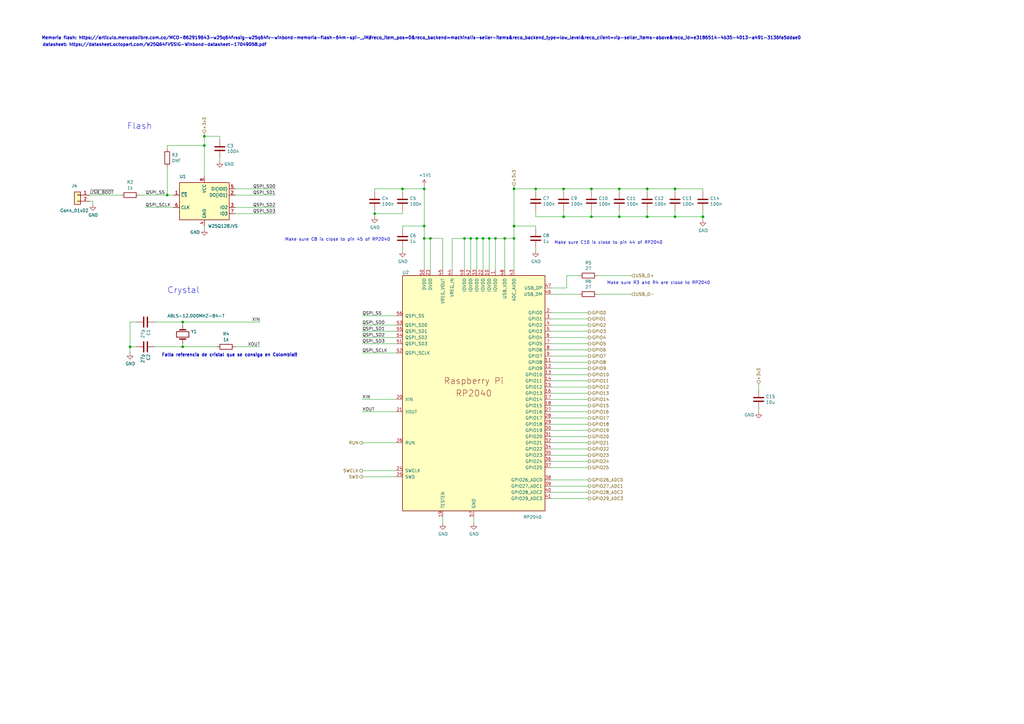
<source format=kicad_sch>
(kicad_sch (version 20211123) (generator eeschema)
  (paper "A3")
  (lib_symbols
    (symbol "Connector_Generic:Conn_01x02" (pin_names (offset 1.016) hide)
      (property "Reference" "J" (at 0 2.54 0))
      (property "Value" "Conn_01x02" (at 0 -5.08 0))
      (symbol "Conn_01x02_1_1"
        (rectangle (start -1.27 -2.413) (end 0 -2.667) (stroke (width 0.1524)))
        (rectangle (start -1.27 0.127) (end 0 -0.127) (stroke (width 0.1524)))
        (rectangle (start -1.27 1.27) (end 1.27 -3.81) (stroke (width 0.254)) (fill (type background)))
        (pin passive line (at -5.08 0 0) (length 3.81) (name "Pin_1") (number "1"))
        (pin passive line (at -5.08 -2.54 0) (length 3.81) (name "Pin_2") (number "2"))
      )
    )
    (symbol "Device:C" (pin_numbers hide) (pin_names (offset 0.254))
      (property "Reference" "C" (at 0.635 2.54 0))
      (property "Value" "C" (at 0.635 -2.54 0))
      (symbol "C_0_1"
        (polyline (pts (xy -2.032 -0.762) (xy 2.032 -0.762)) (stroke (width 0.508)))
        (polyline (pts (xy -2.032 0.762) (xy 2.032 0.762)) (stroke (width 0.508)))
      )
      (symbol "C_1_1"
        (pin passive line (at 0 3.81 270) (length 2.794) (name "~") (number "1"))
        (pin passive line (at 0 -3.81 90) (length 2.794) (name "~") (number "2"))
      )
    )
    (symbol "Device:Crystal" (pin_numbers hide) (pin_names (offset 1.016) hide)
      (property "Reference" "Y" (at 0 3.81 0))
      (property "Value" "Crystal" (at 0 -3.81 0))
      (symbol "Crystal_0_1"
        (rectangle (start -1.143 2.54) (end 1.143 -2.54) (stroke (width 0.3048)))
        (polyline (pts (xy -2.54 0) (xy -1.905 0)))
        (polyline (pts (xy -1.905 -1.27) (xy -1.905 1.27)) (stroke (width 0.508)))
        (polyline (pts (xy 1.905 -1.27) (xy 1.905 1.27)) (stroke (width 0.508)))
        (polyline (pts (xy 2.54 0) (xy 1.905 0)))
      )
      (symbol "Crystal_1_1"
        (pin passive line (at -3.81 0 0) (length 1.27) (name "1") (number "1"))
        (pin passive line (at 3.81 0 180) (length 1.27) (name "2") (number "2"))
      )
    )
    (symbol "Device:R" (pin_numbers hide) (pin_names (offset 0))
      (property "Reference" "R" (at 2.032 0 90))
      (property "Value" "R" (at 0 0 90))
      (symbol "R_0_1"
        (rectangle (start -1.016 -2.54) (end 1.016 2.54) (stroke (width 0.254)))
      )
      (symbol "R_1_1"
        (pin passive line (at 0 3.81 270) (length 1.27) (name "~") (number "1"))
        (pin passive line (at 0 -3.81 90) (length 1.27) (name "~") (number "2"))
      )
    )
    (symbol "MCU_RaspberryPi_RP2040:RP2040" (pin_names (offset 1.016))
      (property "Reference" "U" (at -29.21 49.53 0))
      (property "Value" "RP2040" (at 24.13 -49.53 0))
      (symbol "RP2040_0_0"
        (text "Raspberry Pi" (at 0 5.08 0) (effects (font (size 2.54 2.54))))
        (text "RP2040" (at 0 0 0) (effects (font (size 2.54 2.54))))
      )
      (symbol "RP2040_0_1"
        (rectangle (start 29.21 48.26) (end -29.21 -48.26) (stroke (width 0.254)) (fill (type background)))
      )
      (symbol "RP2040_1_1"
        (pin power_in line (at 8.89 50.8 270) (length 2.54) (name "IOVDD") (number "1"))
        (pin power_in line (at 6.35 50.8 270) (length 2.54) (name "IOVDD") (number "10"))
        (pin bidirectional line (at 31.75 12.7 180) (length 2.54) (name "GPIO8") (number "11"))
        (pin bidirectional line (at 31.75 10.16 180) (length 2.54) (name "GPIO9") (number "12"))
        (pin bidirectional line (at 31.75 7.62 180) (length 2.54) (name "GPIO10") (number "13"))
        (pin bidirectional line (at 31.75 5.08 180) (length 2.54) (name "GPIO11") (number "14"))
        (pin bidirectional line (at 31.75 2.54 180) (length 2.54) (name "GPIO12") (number "15"))
        (pin bidirectional line (at 31.75 0 180) (length 2.54) (name "GPIO13") (number "16"))
        (pin bidirectional line (at 31.75 -2.54 180) (length 2.54) (name "GPIO14") (number "17"))
        (pin bidirectional line (at 31.75 -5.08 180) (length 2.54) (name "GPIO15") (number "18"))
        (pin passive line (at -12.7 -50.8 90) (length 2.54) (name "TESTEN") (number "19"))
        (pin bidirectional line (at 31.75 33.02 180) (length 2.54) (name "GPIO0") (number "2"))
        (pin input line (at -31.75 -2.54 0) (length 2.54) (name "XIN") (number "20"))
        (pin passive line (at -31.75 -7.62 0) (length 2.54) (name "XOUT") (number "21"))
        (pin power_in line (at 3.81 50.8 270) (length 2.54) (name "IOVDD") (number "22"))
        (pin power_in line (at -17.78 50.8 270) (length 2.54) (name "DVDD") (number "23"))
        (pin output line (at -31.75 -31.75 0) (length 2.54) (name "SWCLK") (number "24"))
        (pin bidirectional line (at -31.75 -34.29 0) (length 2.54) (name "SWD") (number "25"))
        (pin input line (at -31.75 -20.32 0) (length 2.54) (name "RUN") (number "26"))
        (pin bidirectional line (at 31.75 -7.62 180) (length 2.54) (name "GPIO16") (number "27"))
        (pin bidirectional line (at 31.75 -10.16 180) (length 2.54) (name "GPIO17") (number "28"))
        (pin bidirectional line (at 31.75 -12.7 180) (length 2.54) (name "GPIO18") (number "29"))
        (pin bidirectional line (at 31.75 30.48 180) (length 2.54) (name "GPIO1") (number "3"))
        (pin bidirectional line (at 31.75 -15.24 180) (length 2.54) (name "GPIO19") (number "30"))
        (pin bidirectional line (at 31.75 -17.78 180) (length 2.54) (name "GPIO20") (number "31"))
        (pin bidirectional line (at 31.75 -20.32 180) (length 2.54) (name "GPIO21") (number "32"))
        (pin power_in line (at 1.27 50.8 270) (length 2.54) (name "IOVDD") (number "33"))
        (pin bidirectional line (at 31.75 -22.86 180) (length 2.54) (name "GPIO22") (number "34"))
        (pin bidirectional line (at 31.75 -25.4 180) (length 2.54) (name "GPIO23") (number "35"))
        (pin bidirectional line (at 31.75 -27.94 180) (length 2.54) (name "GPIO24") (number "36"))
        (pin bidirectional line (at 31.75 -30.48 180) (length 2.54) (name "GPIO25") (number "37"))
        (pin bidirectional line (at 31.75 -35.56 180) (length 2.54) (name "GPIO26_ADC0") (number "38"))
        (pin bidirectional line (at 31.75 -38.1 180) (length 2.54) (name "GPIO27_ADC1") (number "39"))
        (pin bidirectional line (at 31.75 27.94 180) (length 2.54) (name "GPIO2") (number "4"))
        (pin bidirectional line (at 31.75 -40.64 180) (length 2.54) (name "GPIO28_ADC2") (number "40"))
        (pin bidirectional line (at 31.75 -43.18 180) (length 2.54) (name "GPIO29_ADC3") (number "41"))
        (pin power_in line (at -1.27 50.8 270) (length 2.54) (name "IOVDD") (number "42"))
        (pin power_in line (at 16.51 50.8 270) (length 2.54) (name "ADC_AVDD") (number "43"))
        (pin power_in line (at -8.89 50.8 270) (length 2.54) (name "VREG_IN") (number "44"))
        (pin power_out line (at -12.7 50.8 270) (length 2.54) (name "VREG_VOUT") (number "45"))
        (pin bidirectional line (at 31.75 40.64 180) (length 2.54) (name "USB_DM") (number "46"))
        (pin bidirectional line (at 31.75 43.18 180) (length 2.54) (name "USB_DP") (number "47"))
        (pin power_in line (at 12.7 50.8 270) (length 2.54) (name "USB_VDD") (number "48"))
        (pin power_in line (at -3.81 50.8 270) (length 2.54) (name "IOVDD") (number "49"))
        (pin bidirectional line (at 31.75 25.4 180) (length 2.54) (name "GPIO3") (number "5"))
        (pin power_in line (at -20.32 50.8 270) (length 2.54) (name "DVDD") (number "50"))
        (pin bidirectional line (at -31.75 20.32 0) (length 2.54) (name "QSPI_SD3") (number "51"))
        (pin output line (at -31.75 16.51 0) (length 2.54) (name "QSPI_SCLK") (number "52"))
        (pin bidirectional line (at -31.75 27.94 0) (length 2.54) (name "QSPI_SD0") (number "53"))
        (pin bidirectional line (at -31.75 22.86 0) (length 2.54) (name "QSPI_SD2") (number "54"))
        (pin bidirectional line (at -31.75 25.4 0) (length 2.54) (name "QSPI_SD1") (number "55"))
        (pin bidirectional line (at -31.75 31.75 0) (length 2.54) (name "QSPI_SS") (number "56"))
        (pin power_in line (at 0 -50.8 90) (length 2.54) (name "GND") (number "57"))
        (pin bidirectional line (at 31.75 22.86 180) (length 2.54) (name "GPIO4") (number "6"))
        (pin bidirectional line (at 31.75 20.32 180) (length 2.54) (name "GPIO5") (number "7"))
        (pin bidirectional line (at 31.75 17.78 180) (length 2.54) (name "GPIO6") (number "8"))
        (pin bidirectional line (at 31.75 15.24 180) (length 2.54) (name "GPIO7") (number "9"))
      )
    )
    (symbol "Memory_Flash:W25Q128JVS"
      (property "Reference" "U" (at -8.89 8.89 0))
      (property "Value" "W25Q128JVS" (at 7.62 8.89 0))
      (symbol "W25Q128JVS_0_1"
        (rectangle (start -10.16 7.62) (end 10.16 -7.62) (stroke (width 0.254)) (fill (type background)))
      )
      (symbol "W25Q128JVS_1_1"
        (pin input line (at -12.7 2.54 0) (length 2.54) (name "~{CS}") (number "1"))
        (pin bidirectional line (at 12.7 2.54 180) (length 2.54) (name "DO(IO1)") (number "2"))
        (pin bidirectional line (at 12.7 -2.54 180) (length 2.54) (name "IO2") (number "3"))
        (pin power_in line (at 0 -10.16 90) (length 2.54) (name "GND") (number "4"))
        (pin bidirectional line (at 12.7 5.08 180) (length 2.54) (name "DI(IO0)") (number "5"))
        (pin input line (at -12.7 -2.54 0) (length 2.54) (name "CLK") (number "6"))
        (pin bidirectional line (at 12.7 -5.08 180) (length 2.54) (name "IO3") (number "7"))
        (pin power_in line (at 0 10.16 270) (length 2.54) (name "VCC") (number "8"))
      )
    )
    (symbol "power:+1V1" (power) (pin_names (offset 0))
      (property "Value" "+1V1" (at 0 3.556 0))
      (symbol "+1V1_0_1"
        (polyline (pts (xy -0.762 1.27) (xy 0 2.54)))
        (polyline (pts (xy 0 0) (xy 0 2.54)))
        (polyline (pts (xy 0 2.54) (xy 0.762 1.27)))
      )
      (symbol "+1V1_1_1"
        (pin power_in line (at 0 0 90) (length 0) hide (name "+1V1") (number "1"))
      )
    )
    (symbol "power:GND" (power) (pin_names (offset 0))
      (property "Value" "GND" (at 0 -3.81 0))
      (symbol "GND_0_1"
        (polyline (pts (xy 0 0) (xy 0 -1.27) (xy 1.27 -1.27) (xy 0 -2.54) (xy -1.27 -1.27) (xy 0 -1.27)))
      )
      (symbol "GND_1_1"
        (pin power_in line (at 0 0 270) (length 0) hide (name "GND") (number "1"))
      )
    )
  )
  (junction (at 242.57 88.9))
  (junction (at 195.58 97.79))
  (junction (at 210.82 97.79))
  (junction (at 242.57 77.47))
  (junction (at 83.82 59.69))
  (junction (at 198.12 97.79))
  (junction (at 74.93 132.08))
  (junction (at 219.71 77.47))
  (junction (at 265.43 88.9))
  (junction (at 165.1 77.47))
  (junction (at 83.82 55.88))
  (junction (at 74.93 142.24))
  (junction (at 53.34 142.24))
  (junction (at 173.99 97.79))
  (junction (at 210.82 92.71))
  (junction (at 203.2 97.79))
  (junction (at 68.58 80.01))
  (junction (at 207.01 97.79))
  (junction (at 173.99 77.47))
  (junction (at 276.86 88.9))
  (junction (at 254 77.47))
  (junction (at 200.66 97.79))
  (junction (at 231.14 77.47))
  (junction (at 276.86 77.47))
  (junction (at 231.14 88.9))
  (junction (at 176.53 97.79))
  (junction (at 254 88.9))
  (junction (at 173.99 92.71))
  (junction (at 190.5 97.79))
  (junction (at 288.29 88.9))
  (junction (at 210.82 77.47))
  (junction (at 265.43 77.47))
  (junction (at 153.67 87.63))
  (junction (at 193.04 97.79))
  (wire (pts (xy 232.41 113.03) (xy 237.49 113.03)))
  (wire (pts (xy 219.71 93.98) (xy 219.71 92.71)))
  (wire (pts (xy 288.29 78.74) (xy 288.29 77.47)))
  (wire (pts (xy 162.56 129.54) (xy 148.59 129.54)))
  (wire (pts (xy 198.12 110.49) (xy 198.12 97.79)))
  (wire (pts (xy 173.99 92.71) (xy 173.99 97.79)))
  (wire (pts (xy 226.06 146.05) (xy 241.3 146.05)))
  (wire (pts (xy 148.59 140.97) (xy 162.56 140.97)))
  (wire (pts (xy 90.17 55.88) (xy 83.82 55.88)))
  (wire (pts (xy 203.2 97.79) (xy 207.01 97.79)))
  (wire (pts (xy 226.06 179.07) (xy 241.3 179.07)))
  (wire (pts (xy 210.82 92.71) (xy 219.71 92.71)))
  (wire (pts (xy 265.43 78.74) (xy 265.43 77.47)))
  (wire (pts (xy 226.06 196.85) (xy 241.3 196.85)))
  (wire (pts (xy 311.15 167.64) (xy 311.15 168.91)))
  (wire (pts (xy 245.11 120.65) (xy 259.08 120.65)))
  (wire (pts (xy 165.1 101.6) (xy 165.1 102.87)))
  (wire (pts (xy 245.11 113.03) (xy 259.08 113.03)))
  (wire (pts (xy 226.06 171.45) (xy 241.3 171.45)))
  (wire (pts (xy 288.29 88.9) (xy 288.29 90.17)))
  (wire (pts (xy 210.82 97.79) (xy 210.82 110.49)))
  (wire (pts (xy 276.86 86.36) (xy 276.86 88.9)))
  (wire (pts (xy 96.52 85.09) (xy 113.03 85.09)))
  (wire (pts (xy 165.1 78.74) (xy 165.1 77.47)))
  (wire (pts (xy 231.14 88.9) (xy 219.71 88.9)))
  (wire (pts (xy 207.01 97.79) (xy 210.82 97.79)))
  (wire (pts (xy 74.93 132.08) (xy 106.68 132.08)))
  (wire (pts (xy 181.61 97.79) (xy 176.53 97.79)))
  (wire (pts (xy 226.06 199.39) (xy 241.3 199.39)))
  (wire (pts (xy 200.66 110.49) (xy 200.66 97.79)))
  (wire (pts (xy 276.86 78.74) (xy 276.86 77.47)))
  (wire (pts (xy 242.57 77.47) (xy 254 77.47)))
  (wire (pts (xy 55.88 142.24) (xy 53.34 142.24)))
  (wire (pts (xy 231.14 77.47) (xy 242.57 77.47)))
  (wire (pts (xy 276.86 88.9) (xy 288.29 88.9)))
  (wire (pts (xy 68.58 60.96) (xy 68.58 59.69)))
  (wire (pts (xy 226.06 184.15) (xy 241.3 184.15)))
  (wire (pts (xy 254 78.74) (xy 254 77.47)))
  (wire (pts (xy 185.42 97.79) (xy 190.5 97.79)))
  (wire (pts (xy 195.58 97.79) (xy 198.12 97.79)))
  (wire (pts (xy 226.06 148.59) (xy 241.3 148.59)))
  (wire (pts (xy 74.93 140.97) (xy 74.93 142.24)))
  (wire (pts (xy 195.58 110.49) (xy 195.58 97.79)))
  (wire (pts (xy 83.82 54.61) (xy 83.82 55.88)))
  (wire (pts (xy 254 88.9) (xy 242.57 88.9)))
  (wire (pts (xy 226.06 153.67) (xy 241.3 153.67)))
  (wire (pts (xy 96.52 80.01) (xy 113.03 80.01)))
  (wire (pts (xy 219.71 101.6) (xy 219.71 102.87)))
  (wire (pts (xy 96.52 87.63) (xy 113.03 87.63)))
  (wire (pts (xy 226.06 191.77) (xy 241.3 191.77)))
  (wire (pts (xy 173.99 77.47) (xy 173.99 92.71)))
  (wire (pts (xy 53.34 142.24) (xy 53.34 144.78)))
  (wire (pts (xy 153.67 78.74) (xy 153.67 77.47)))
  (wire (pts (xy 226.06 181.61) (xy 241.3 181.61)))
  (wire (pts (xy 242.57 86.36) (xy 242.57 88.9)))
  (wire (pts (xy 226.06 173.99) (xy 241.3 173.99)))
  (wire (pts (xy 96.52 77.47) (xy 113.03 77.47)))
  (wire (pts (xy 63.5 132.08) (xy 74.93 132.08)))
  (wire (pts (xy 38.1 82.55) (xy 38.1 83.82)))
  (wire (pts (xy 68.58 80.01) (xy 71.12 80.01)))
  (wire (pts (xy 153.67 77.47) (xy 165.1 77.47)))
  (wire (pts (xy 226.06 158.75) (xy 241.3 158.75)))
  (wire (pts (xy 231.14 86.36) (xy 231.14 88.9)))
  (wire (pts (xy 148.59 163.83) (xy 162.56 163.83)))
  (wire (pts (xy 190.5 110.49) (xy 190.5 97.79)))
  (wire (pts (xy 226.06 135.89) (xy 241.3 135.89)))
  (wire (pts (xy 162.56 195.58) (xy 148.59 195.58)))
  (wire (pts (xy 226.06 156.21) (xy 241.3 156.21)))
  (wire (pts (xy 242.57 88.9) (xy 231.14 88.9)))
  (wire (pts (xy 226.06 128.27) (xy 241.3 128.27)))
  (wire (pts (xy 148.59 135.89) (xy 162.56 135.89)))
  (wire (pts (xy 162.56 181.61) (xy 148.59 181.61)))
  (wire (pts (xy 193.04 110.49) (xy 193.04 97.79)))
  (wire (pts (xy 90.17 57.15) (xy 90.17 55.88)))
  (wire (pts (xy 226.06 120.65) (xy 237.49 120.65)))
  (wire (pts (xy 311.15 157.48) (xy 311.15 160.02)))
  (wire (pts (xy 148.59 138.43) (xy 162.56 138.43)))
  (wire (pts (xy 55.88 132.08) (xy 53.34 132.08)))
  (wire (pts (xy 226.06 176.53) (xy 241.3 176.53)))
  (wire (pts (xy 83.82 59.69) (xy 83.82 72.39)))
  (wire (pts (xy 276.86 88.9) (xy 265.43 88.9)))
  (wire (pts (xy 226.06 168.91) (xy 241.3 168.91)))
  (wire (pts (xy 181.61 110.49) (xy 181.61 97.79)))
  (wire (pts (xy 226.06 143.51) (xy 241.3 143.51)))
  (wire (pts (xy 265.43 77.47) (xy 276.86 77.47)))
  (wire (pts (xy 165.1 93.98) (xy 165.1 92.71)))
  (wire (pts (xy 203.2 97.79) (xy 203.2 110.49)))
  (wire (pts (xy 148.59 133.35) (xy 162.56 133.35)))
  (wire (pts (xy 219.71 78.74) (xy 219.71 77.47)))
  (wire (pts (xy 242.57 78.74) (xy 242.57 77.47)))
  (wire (pts (xy 254 86.36) (xy 254 88.9)))
  (wire (pts (xy 232.41 113.03) (xy 232.41 118.11)))
  (wire (pts (xy 219.71 86.36) (xy 219.71 88.9)))
  (wire (pts (xy 226.06 166.37) (xy 241.3 166.37)))
  (wire (pts (xy 226.06 130.81) (xy 241.3 130.81)))
  (wire (pts (xy 219.71 77.47) (xy 231.14 77.47)))
  (wire (pts (xy 200.66 97.79) (xy 203.2 97.79)))
  (wire (pts (xy 74.93 142.24) (xy 88.9 142.24)))
  (wire (pts (xy 226.06 163.83) (xy 241.3 163.83)))
  (wire (pts (xy 181.61 212.09) (xy 181.61 214.63)))
  (wire (pts (xy 226.06 140.97) (xy 241.3 140.97)))
  (wire (pts (xy 165.1 77.47) (xy 173.99 77.47)))
  (wire (pts (xy 53.34 132.08) (xy 53.34 142.24)))
  (wire (pts (xy 165.1 92.71) (xy 173.99 92.71)))
  (wire (pts (xy 198.12 97.79) (xy 200.66 97.79)))
  (wire (pts (xy 63.5 142.24) (xy 74.93 142.24)))
  (wire (pts (xy 226.06 204.47) (xy 241.3 204.47)))
  (wire (pts (xy 68.58 68.58) (xy 68.58 80.01)))
  (wire (pts (xy 162.56 193.04) (xy 148.59 193.04)))
  (wire (pts (xy 265.43 88.9) (xy 254 88.9)))
  (wire (pts (xy 210.82 76.2) (xy 210.82 77.47)))
  (wire (pts (xy 276.86 77.47) (xy 288.29 77.47)))
  (wire (pts (xy 210.82 92.71) (xy 210.82 97.79)))
  (wire (pts (xy 210.82 77.47) (xy 219.71 77.47)))
  (wire (pts (xy 288.29 86.36) (xy 288.29 88.9)))
  (wire (pts (xy 176.53 110.49) (xy 176.53 97.79)))
  (wire (pts (xy 162.56 168.91) (xy 148.59 168.91)))
  (wire (pts (xy 153.67 87.63) (xy 165.1 87.63)))
  (wire (pts (xy 90.17 64.77) (xy 90.17 66.04)))
  (wire (pts (xy 226.06 186.69) (xy 241.3 186.69)))
  (wire (pts (xy 226.06 138.43) (xy 241.3 138.43)))
  (wire (pts (xy 162.56 144.78) (xy 148.59 144.78)))
  (wire (pts (xy 190.5 97.79) (xy 193.04 97.79)))
  (wire (pts (xy 210.82 77.47) (xy 210.82 92.71)))
  (wire (pts (xy 96.52 142.24) (xy 106.68 142.24)))
  (wire (pts (xy 193.04 97.79) (xy 195.58 97.79)))
  (wire (pts (xy 265.43 86.36) (xy 265.43 88.9)))
  (wire (pts (xy 49.53 80.01) (xy 36.83 80.01)))
  (wire (pts (xy 226.06 151.13) (xy 241.3 151.13)))
  (wire (pts (xy 173.99 97.79) (xy 173.99 110.49)))
  (wire (pts (xy 36.83 82.55) (xy 38.1 82.55)))
  (wire (pts (xy 226.06 161.29) (xy 241.3 161.29)))
  (wire (pts (xy 254 77.47) (xy 265.43 77.47)))
  (wire (pts (xy 173.99 76.2) (xy 173.99 77.47)))
  (wire (pts (xy 226.06 133.35) (xy 241.3 133.35)))
  (wire (pts (xy 176.53 97.79) (xy 173.99 97.79)))
  (wire (pts (xy 226.06 189.23) (xy 241.3 189.23)))
  (wire (pts (xy 57.15 80.01) (xy 68.58 80.01)))
  (wire (pts (xy 83.82 55.88) (xy 83.82 59.69)))
  (wire (pts (xy 153.67 87.63) (xy 153.67 88.9)))
  (wire (pts (xy 59.69 85.09) (xy 71.12 85.09)))
  (wire (pts (xy 231.14 78.74) (xy 231.14 77.47)))
  (wire (pts (xy 185.42 110.49) (xy 185.42 97.79)))
  (wire (pts (xy 194.31 212.09) (xy 194.31 214.63)))
  (wire (pts (xy 74.93 133.35) (xy 74.93 132.08)))
  (wire (pts (xy 83.82 92.71) (xy 83.82 93.98)))
  (wire (pts (xy 68.58 59.69) (xy 83.82 59.69)))
  (wire (pts (xy 226.06 201.93) (xy 241.3 201.93)))
  (wire (pts (xy 165.1 87.63) (xy 165.1 86.36)))
  (wire (pts (xy 226.06 118.11) (xy 232.41 118.11)))
  (wire (pts (xy 207.01 110.49) (xy 207.01 97.79)))
  (wire (pts (xy 153.67 86.36) (xy 153.67 87.63)))
  (text "Make sure C8 is close to pin 45 of RP2040" (at 116.84 99.06 0) (effects (font (size 1.27 1.27)) (justify left bottom)))
  (text "Crystal" (at 68.58 120.65 0) (effects (font (size 2.54 2.54)) (justify left bottom)))
  (text "Memoria flash: https://articulo.mercadolibre.com.co/MCO-862919643-w25q64fvssig-w25q64fv-winbond-memoria-flash-64m-spi-_JM#reco_item_pos=0&reco_backend=machinalis-seller-items&reco_backend_type=low_level&reco_client=vip-seller_items-above&reco_id=e3186514-4b35-4013-a491-3136fa5ddae0" (at 17.018 16.383 0) (effects (font (size 1.27 1.27) bold) (justify left bottom)))
  (text "datasheet: https://datasheet.octopart.com/W25Q64FVSSIG-Winbond-datasheet-17049058.pdf" (at 17.399 19.177 0) (effects (font (size 1.27 1.27) bold) (justify left bottom)))
  (text "Flash" (at 52.07 53.34 0) (effects (font (size 2.54 2.54)) (justify left bottom)))
  (text "Make sure C10 is close to pin 44 of RP2040" (at 227.33 100.33 0) (effects (font (size 1.27 1.27)) (justify left bottom)))
  (text "Make sure R3 and R4 are close to RP2040" (at 248.92 116.84 0) (effects (font (size 1.27 1.27)) (justify left bottom)))
  (text "Falta referencia de cristal que se consiga en Colombia!!" (at 66.294 146.431 0) (effects (font (size 1.27 1.27) (thickness 0.254) bold) (justify left bottom)))
  (label "QSPI_SCLK" (at 59.69 85.09 0))
  (label "QSPI_SCLK" (at 148.59 144.78 0))
  (label "QSPI_SD1" (at 113.03 80.01 180))
  (label "XOUT" (at 106.68 142.24 180))
  (label "QSPI_SS" (at 59.69 80.01 0))
  (label "~{USB_BOOT}" (at 36.83 80.01 0))
  (label "QSPI_SD3" (at 113.03 87.63 180))
  (label "XIN" (at 148.59 163.83 0))
  (label "XOUT" (at 148.59 168.91 0))
  (label "XIN" (at 106.68 132.08 180))
  (label "QSPI_SD3" (at 148.59 140.97 0))
  (label "QSPI_SD2" (at 148.59 138.43 0))
  (label "QSPI_SD0" (at 113.03 77.47 180))
  (label "QSPI_SD1" (at 148.59 135.89 0))
  (label "QSPI_SD0" (at 148.59 133.35 0))
  (label "QSPI_SS" (at 148.59 129.54 0))
  (label "QSPI_SD2" (at 113.03 85.09 180))
  (hierarchical_label "GPIO21" (shape output) (at 241.3 181.61 0))
  (hierarchical_label "GPIO2" (shape output) (at 241.3 133.35 0))
  (hierarchical_label "USB_D+" (shape input) (at 259.08 113.03 0))
  (hierarchical_label "GPIO19" (shape output) (at 241.3 176.53 0))
  (hierarchical_label "GPIO23" (shape output) (at 241.3 186.69 0))
  (hierarchical_label "GPIO8" (shape output) (at 241.3 148.59 0))
  (hierarchical_label "GPIO20" (shape output) (at 241.3 179.07 0))
  (hierarchical_label "GPIO1" (shape output) (at 241.3 130.81 0))
  (hierarchical_label "USB_D-" (shape input) (at 259.08 120.65 0))
  (hierarchical_label "GPIO29_ADC3" (shape output) (at 241.3 204.47 0))
  (hierarchical_label "+3v3" (shape input) (at 210.82 76.2 90))
  (hierarchical_label "GPIO6" (shape output) (at 241.3 143.51 0))
  (hierarchical_label "GPIO10" (shape output) (at 241.3 153.67 0))
  (hierarchical_label "GPIO28_ADC2" (shape output) (at 241.3 201.93 0))
  (hierarchical_label "GPIO24" (shape output) (at 241.3 189.23 0))
  (hierarchical_label "GPIO27_ADC1" (shape output) (at 241.3 199.39 0))
  (hierarchical_label "GPIO12" (shape output) (at 241.3 158.75 0))
  (hierarchical_label "GPIO22" (shape output) (at 241.3 184.15 0))
  (hierarchical_label "SWD" (shape output) (at 148.59 195.58 180))
  (hierarchical_label "GPIO17" (shape output) (at 241.3 171.45 0))
  (hierarchical_label "GPIO18" (shape output) (at 241.3 173.99 0))
  (hierarchical_label "GPIO25" (shape output) (at 241.3 191.77 0))
  (hierarchical_label "GPIO11" (shape output) (at 241.3 156.21 0))
  (hierarchical_label "GPIO9" (shape output) (at 241.3 151.13 0))
  (hierarchical_label "GPIO26_ADC0" (shape output) (at 241.3 196.85 0))
  (hierarchical_label "GPIO5" (shape output) (at 241.3 140.97 0))
  (hierarchical_label "GPIO0" (shape output) (at 241.3 128.27 0))
  (hierarchical_label "RUN" (shape output) (at 148.59 181.61 180))
  (hierarchical_label "SWCLK" (shape output) (at 148.59 193.04 180))
  (hierarchical_label "GPIO14" (shape output) (at 241.3 163.83 0))
  (hierarchical_label "+3v3" (shape input) (at 311.15 157.48 90))
  (hierarchical_label "GPIO13" (shape output) (at 241.3 161.29 0))
  (hierarchical_label "GPIO7" (shape output) (at 241.3 146.05 0))
  (hierarchical_label "GPIO4" (shape output) (at 241.3 138.43 0))
  (hierarchical_label "+3v3" (shape input) (at 83.82 54.61 90))
  (hierarchical_label "GPIO16" (shape output) (at 241.3 168.91 0))
  (hierarchical_label "GPIO15" (shape output) (at 241.3 166.37 0))
  (hierarchical_label "GPIO3" (shape output) (at 241.3 135.89 0))
  (symbol (lib_id "Device:C") (at 288.29 82.55 0) (unit 1)
    (property "Reference" "C14" (at 291.211 81.3816 0) (effects (justify left)))
    (property "Value" "100n" (at 291.211 83.693 0) (effects (justify left)))
    (property "Footprint" "Capacitor_SMD:C_0402_1005Metric" (effects hide))
  )
  (symbol (lib_id "Device:C") (at 59.69 142.24 270) (unit 1)
    (property "Reference" "C2" (at 60.8584 145.161 0) (effects (justify left)))
    (property "Value" "27p" (at 58.547 145.161 0) (effects (justify left)))
    (property "Footprint" "Capacitor_SMD:C_0402_1005Metric" (effects hide))
  )
  (symbol (lib_id "Device:R") (at 92.71 142.24 270) (unit 1)
    (property "Reference" "R4" (at 92.71 136.9822 90))
    (property "Value" "1k" (at 92.71 139.2936 90))
    (property "Footprint" "Capacitor_SMD:C_0402_1005Metric" (effects hide))
  )
  (symbol (lib_id "Device:C") (at 231.14 82.55 0) (unit 1)
    (property "Reference" "C9" (at 234.061 81.3816 0) (effects (justify left)))
    (property "Value" "100n" (at 234.061 83.693 0) (effects (justify left)))
    (property "Footprint" "Capacitor_SMD:C_0402_1005Metric" (effects hide))
  )
  (symbol (lib_id "Device:C") (at 165.1 82.55 0) (unit 1)
    (property "Reference" "C5" (at 168.021 81.3816 0) (effects (justify left)))
    (property "Value" "100n" (at 168.021 83.693 0) (effects (justify left)))
    (property "Footprint" "Capacitor_SMD:C_0402_1005Metric" (effects hide))
  )
  (symbol (lib_id "Device:C") (at 242.57 82.55 0) (unit 1)
    (property "Reference" "C10" (at 245.491 81.3816 0) (effects (justify left)))
    (property "Value" "100n" (at 245.491 83.693 0) (effects (justify left)))
    (property "Footprint" "Capacitor_SMD:C_0402_1005Metric" (effects hide))
  )
  (symbol (lib_id "power:GND") (at 194.31 214.63 0) (unit 1)
    (property "Reference" "#PWR013" (effects hide))
    (property "Value" "GND" (at 194.437 219.0242 0))
  )
  (symbol (lib_id "Device:R") (at 68.58 64.77 0) (unit 1)
    (property "Reference" "R3" (at 70.358 63.6016 0) (effects (justify left)))
    (property "Value" "DNF" (at 70.358 65.913 0) (effects (justify left)))
    (property "Footprint" "Capacitor_SMD:C_0402_1005Metric" (effects hide))
  )
  (symbol (lib_id "power:GND") (at 219.71 102.87 0) (unit 1)
    (property "Reference" "#PWR014" (effects hide))
    (property "Value" "GND" (at 219.837 107.2642 0))
  )
  (symbol (lib_id "power:GND") (at 83.82 93.98 0) (unit 1)
    (property "Reference" "#PWR07" (effects hide))
    (property "Value" "GND" (at 80.01 95.25 0))
  )
  (symbol (lib_id "Device:C") (at 265.43 82.55 0) (unit 1)
    (property "Reference" "C12" (at 268.351 81.3816 0) (effects (justify left)))
    (property "Value" "100n" (at 268.351 83.693 0) (effects (justify left)))
    (property "Footprint" "Capacitor_SMD:C_0402_1005Metric" (effects hide))
  )
  (symbol (lib_id "power:GND") (at 288.29 90.17 0) (unit 1)
    (property "Reference" "#PWR015" (effects hide))
    (property "Value" "GND" (at 288.417 94.5642 0))
  )
  (symbol (lib_id "Connector_Generic:Conn_01x02") (at 31.75 80.01 0) (mirror y) (unit 1)
    (property "Reference" "J4" (at 30.48 76.2 0))
    (property "Value" "Conn_01x02" (at 30.48 86.36 0))
    (property "Footprint" "Connector_PinHeader_2.54mm:PinHeader_1x02_P2.54mm_Vertical" (effects hide))
  )
  (symbol (lib_id "power:GND") (at 311.15 168.91 0) (unit 1)
    (property "Reference" "#PWR016" (effects hide))
    (property "Value" "GND" (at 307.34 170.18 0))
  )
  (symbol (lib_id "power:GND") (at 153.67 88.9 0) (unit 1)
    (property "Reference" "#PWR09" (effects hide))
    (property "Value" "GND" (at 153.797 93.2942 0))
  )
  (symbol (lib_id "power:GND") (at 38.1 83.82 0) (unit 1)
    (property "Reference" "#PWR05" (effects hide))
    (property "Value" "GND" (at 38.227 88.2142 0))
  )
  (symbol (lib_id "Device:R") (at 241.3 113.03 270) (unit 1)
    (property "Reference" "R5" (at 241.3 107.7722 90))
    (property "Value" "27" (at 241.3 110.0836 90))
    (property "Footprint" "Capacitor_SMD:C_0402_1005Metric" (effects hide))
  )
  (symbol (lib_id "Device:C") (at 219.71 82.55 0) (unit 1)
    (property "Reference" "C7" (at 222.631 81.3816 0) (effects (justify left)))
    (property "Value" "100n" (at 222.631 83.693 0) (effects (justify left)))
    (property "Footprint" "Capacitor_SMD:C_0402_1005Metric" (effects hide))
  )
  (symbol (lib_id "Device:C") (at 311.15 163.83 0) (unit 1)
    (property "Reference" "C15" (at 314.071 162.6616 0) (effects (justify left)))
    (property "Value" "10u" (at 314.071 164.973 0) (effects (justify left)))
    (property "Footprint" "Capacitor_SMD:C_0805_2012Metric" (effects hide))
  )
  (symbol (lib_id "Device:C") (at 219.71 97.79 0) (unit 1)
    (property "Reference" "C8" (at 222.631 96.6216 0) (effects (justify left)))
    (property "Value" "1u" (at 222.631 98.933 0) (effects (justify left)))
    (property "Footprint" "Capacitor_SMD:C_0402_1005Metric" (effects hide))
  )
  (symbol (lib_id "power:+1V1") (at 173.99 76.2 0) (unit 1)
    (property "Reference" "#PWR011" (effects hide))
    (property "Value" "+1V1" (at 174.371 71.8058 0))
  )
  (symbol (lib_id "Memory_Flash:W25Q128JVS") (at 83.82 82.55 0) (unit 1)
    (property "Reference" "U1" (at 74.93 72.39 0))
    (property "Value" "W25Q128JVS" (at 91.44 92.71 0))
    (property "Footprint" "Package_SO:SOIC-8_5.23x5.23mm_P1.27mm" (effects hide))
    (property "Datasheet" "http://www.winbond.com/resource-files/w25q128jv_dtr%20revc%2003272018%20plus.pdf" (effects hide))
  )
  (symbol (lib_id "Device:C") (at 153.67 82.55 0) (unit 1)
    (property "Reference" "C4" (at 156.591 81.3816 0) (effects (justify left)))
    (property "Value" "100n" (at 156.591 83.693 0) (effects (justify left)))
    (property "Footprint" "Capacitor_SMD:C_0402_1005Metric" (effects hide))
  )
  (symbol (lib_id "power:GND") (at 90.17 66.04 0) (unit 1)
    (property "Reference" "#PWR08" (effects hide))
    (property "Value" "GND" (at 93.98 67.31 0))
  )
  (symbol (lib_id "Device:R") (at 53.34 80.01 270) (unit 1)
    (property "Reference" "R2" (at 53.34 74.7522 90))
    (property "Value" "1k" (at 53.34 77.0636 90))
    (property "Footprint" "Capacitor_SMD:C_0402_1005Metric" (effects hide))
  )
  (symbol (lib_id "power:GND") (at 53.34 144.78 0) (unit 1)
    (property "Reference" "#PWR06" (effects hide))
    (property "Value" "GND" (at 53.467 149.1742 0))
  )
  (symbol (lib_id "power:GND") (at 181.61 214.63 0) (unit 1)
    (property "Reference" "#PWR012" (effects hide))
    (property "Value" "GND" (at 181.737 219.0242 0))
  )
  (symbol (lib_id "MCU_RaspberryPi_RP2040:RP2040") (at 194.31 161.29 0) (unit 1)
    (property "Reference" "U2" (at 166.37 111.76 0))
    (property "Value" "RP2040" (at 218.44 212.09 0))
    (property "Footprint" "RP2040_minimal:RP2040-QFN-56" (effects hide))
  )
  (symbol (lib_id "Device:C") (at 90.17 60.96 0) (unit 1)
    (property "Reference" "C3" (at 93.091 59.7916 0) (effects (justify left)))
    (property "Value" "100n" (at 93.091 62.103 0) (effects (justify left)))
    (property "Footprint" "Capacitor_SMD:C_0402_1005Metric" (effects hide))
  )
  (symbol (lib_id "power:GND") (at 165.1 102.87 0) (unit 1)
    (property "Reference" "#PWR010" (effects hide))
    (property "Value" "GND" (at 165.227 107.2642 0))
  )
  (symbol (lib_id "Device:C") (at 165.1 97.79 0) (unit 1)
    (property "Reference" "C6" (at 168.021 96.6216 0) (effects (justify left)))
    (property "Value" "1u" (at 168.021 98.933 0) (effects (justify left)))
    (property "Footprint" "Capacitor_SMD:C_0402_1005Metric" (effects hide))
  )
  (symbol (lib_id "Device:C") (at 59.69 132.08 270) (unit 1)
    (property "Reference" "C1" (at 60.8584 135.001 0) (effects (justify left)))
    (property "Value" "27p" (at 58.547 135.001 0) (effects (justify left)))
    (property "Footprint" "Capacitor_SMD:C_0402_1005Metric" (effects hide))
  )
  (symbol (lib_id "Device:C") (at 276.86 82.55 0) (unit 1)
    (property "Reference" "C13" (at 279.781 81.3816 0) (effects (justify left)))
    (property "Value" "100n" (at 279.781 83.693 0) (effects (justify left)))
    (property "Footprint" "Capacitor_SMD:C_0402_1005Metric" (effects hide))
  )
  (symbol (lib_id "Device:R") (at 241.3 120.65 270) (unit 1)
    (property "Reference" "R6" (at 241.3 115.3922 90))
    (property "Value" "27" (at 241.3 117.7036 90))
    (property "Footprint" "Capacitor_SMD:C_0402_1005Metric" (effects hide))
  )
  (symbol (lib_id "Device:Crystal") (at 74.93 137.16 270) (unit 1)
    (property "Reference" "Y1" (at 78.2574 135.9916 90) (effects (justify left)))
    (property "Value" "ABLS-12.000MHZ-B4-T" (at 68.58 129.54 90) (effects (justify left)))
    (property "Footprint" "RP2040_minimal:Crystal_SMD_HC49-US" (effects hide))
  )
  (symbol (lib_id "Device:C") (at 254 82.55 0) (unit 1)
    (property "Reference" "C11" (at 256.921 81.3816 0) (effects (justify left)))
    (property "Value" "100n" (at 256.921 83.693 0) (effects (justify left)))
    (property "Footprint" "Capacitor_SMD:C_0402_1005Metric" (effects hide))
  )
)
</source>
